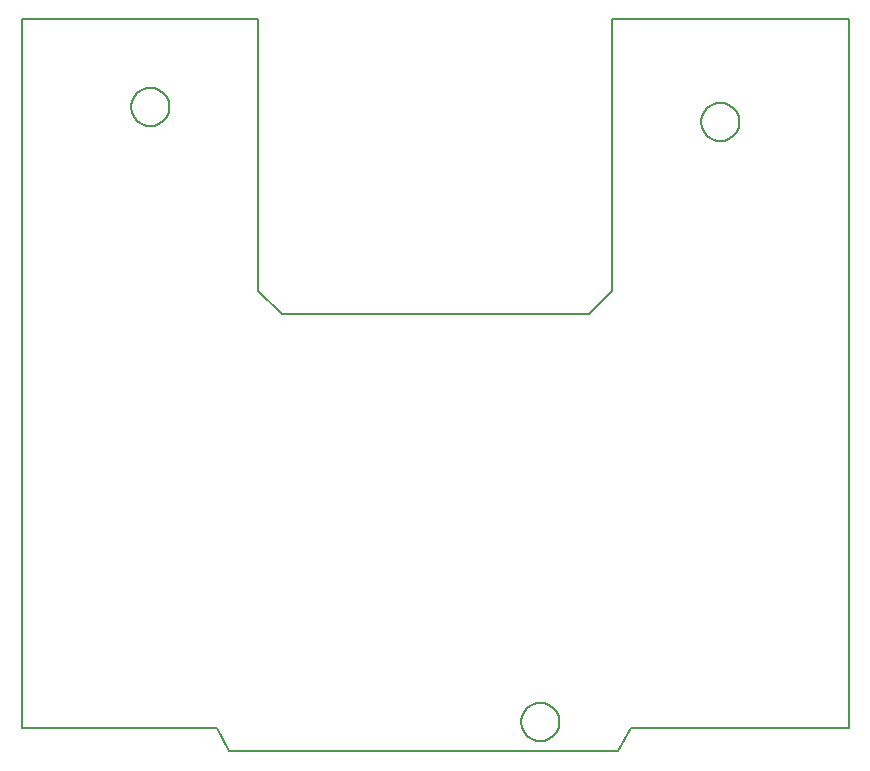
<source format=gbr>
G04 PROTEUS GERBER X2 FILE*
%TF.GenerationSoftware,Labcenter,Proteus,8.12-SP2-Build31155*%
%TF.CreationDate,2021-12-06T20:36:36+00:00*%
%TF.FileFunction,Paste,Top*%
%TF.FilePolarity,Positive*%
%TF.Part,Single*%
%TF.SameCoordinates,{41aeb68f-70a9-4567-b6d7-def337a2806a}*%
%FSLAX45Y45*%
%MOMM*%
G01*
%TA.AperFunction,Profile*%
%ADD17C,0.203200*%
%TD.AperFunction*%
D17*
X+0Y+0D02*
X+1650000Y+0D01*
X+7000000Y+0D02*
X+7000000Y+6000000D01*
X+5000000Y+6000000D01*
X+5000000Y+3700000D01*
X+4800000Y+3500000D01*
X+2200000Y+3500000D01*
X+2000000Y+3700000D02*
X+2000000Y+6000000D01*
X+0Y+6000000D01*
X+0Y+0D01*
X+2000000Y+3700000D02*
X+2200000Y+3500000D01*
X+5160000Y+0D02*
X+7000000Y+0D01*
X+1750000Y-200000D02*
X+5050000Y-200000D01*
X+1650000Y+0D02*
X+1750000Y-200000D01*
X+5160000Y+0D02*
X+5050000Y-200000D01*
X+4550045Y+50000D02*
X+4549508Y+63142D01*
X+4545144Y+89427D01*
X+4536029Y+115712D01*
X+4521182Y+141997D01*
X+4498470Y+168118D01*
X+4472185Y+187898D01*
X+4445900Y+200658D01*
X+4419615Y+208108D01*
X+4393330Y+210987D01*
X+4389000Y+211045D01*
X+4227955Y+50000D02*
X+4228492Y+63142D01*
X+4232856Y+89427D01*
X+4241971Y+115712D01*
X+4256818Y+141997D01*
X+4279530Y+168118D01*
X+4305815Y+187898D01*
X+4332100Y+200658D01*
X+4358385Y+208108D01*
X+4384670Y+210987D01*
X+4389000Y+211045D01*
X+4227955Y+50000D02*
X+4228492Y+36858D01*
X+4232856Y+10573D01*
X+4241971Y-15712D01*
X+4256818Y-41997D01*
X+4279530Y-68118D01*
X+4305815Y-87898D01*
X+4332100Y-100658D01*
X+4358385Y-108108D01*
X+4384670Y-110987D01*
X+4389000Y-111045D01*
X+4550045Y+50000D02*
X+4549508Y+36858D01*
X+4545144Y+10573D01*
X+4536029Y-15712D01*
X+4521182Y-41997D01*
X+4498470Y-68118D01*
X+4472185Y-87898D01*
X+4445900Y-100658D01*
X+4419615Y-108108D01*
X+4393330Y-110987D01*
X+4389000Y-111045D01*
X+6074045Y+5130000D02*
X+6073508Y+5143142D01*
X+6069144Y+5169427D01*
X+6060029Y+5195712D01*
X+6045182Y+5221997D01*
X+6022470Y+5248118D01*
X+5996185Y+5267898D01*
X+5969900Y+5280658D01*
X+5943615Y+5288108D01*
X+5917330Y+5290987D01*
X+5913000Y+5291045D01*
X+5751955Y+5130000D02*
X+5752492Y+5143142D01*
X+5756856Y+5169427D01*
X+5765971Y+5195712D01*
X+5780818Y+5221997D01*
X+5803530Y+5248118D01*
X+5829815Y+5267898D01*
X+5856100Y+5280658D01*
X+5882385Y+5288108D01*
X+5908670Y+5290987D01*
X+5913000Y+5291045D01*
X+5751955Y+5130000D02*
X+5752492Y+5116858D01*
X+5756856Y+5090573D01*
X+5765971Y+5064288D01*
X+5780818Y+5038003D01*
X+5803530Y+5011882D01*
X+5829815Y+4992102D01*
X+5856100Y+4979342D01*
X+5882385Y+4971892D01*
X+5908670Y+4969013D01*
X+5913000Y+4968955D01*
X+6074045Y+5130000D02*
X+6073508Y+5116858D01*
X+6069144Y+5090573D01*
X+6060029Y+5064288D01*
X+6045182Y+5038003D01*
X+6022470Y+5011882D01*
X+5996185Y+4992102D01*
X+5969900Y+4979342D01*
X+5943615Y+4971892D01*
X+5917330Y+4969013D01*
X+5913000Y+4968955D01*
X+1248045Y+5257000D02*
X+1247508Y+5270142D01*
X+1243144Y+5296427D01*
X+1234029Y+5322712D01*
X+1219182Y+5348997D01*
X+1196470Y+5375118D01*
X+1170185Y+5394898D01*
X+1143900Y+5407658D01*
X+1117615Y+5415108D01*
X+1091330Y+5417987D01*
X+1087000Y+5418045D01*
X+925955Y+5257000D02*
X+926492Y+5270142D01*
X+930856Y+5296427D01*
X+939971Y+5322712D01*
X+954818Y+5348997D01*
X+977530Y+5375118D01*
X+1003815Y+5394898D01*
X+1030100Y+5407658D01*
X+1056385Y+5415108D01*
X+1082670Y+5417987D01*
X+1087000Y+5418045D01*
X+925955Y+5257000D02*
X+926492Y+5243858D01*
X+930856Y+5217573D01*
X+939971Y+5191288D01*
X+954818Y+5165003D01*
X+977530Y+5138882D01*
X+1003815Y+5119102D01*
X+1030100Y+5106342D01*
X+1056385Y+5098892D01*
X+1082670Y+5096013D01*
X+1087000Y+5095955D01*
X+1248045Y+5257000D02*
X+1247508Y+5243858D01*
X+1243144Y+5217573D01*
X+1234029Y+5191288D01*
X+1219182Y+5165003D01*
X+1196470Y+5138882D01*
X+1170185Y+5119102D01*
X+1143900Y+5106342D01*
X+1117615Y+5098892D01*
X+1091330Y+5096013D01*
X+1087000Y+5095955D01*
M02*

</source>
